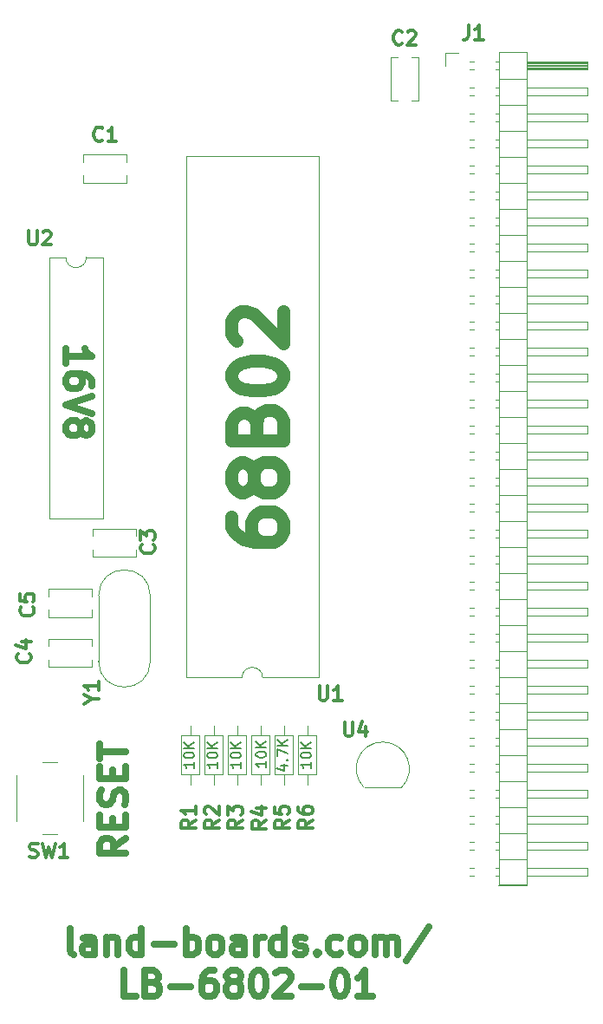
<source format=gto>
G04 #@! TF.GenerationSoftware,KiCad,Pcbnew,(7.0.0)*
G04 #@! TF.CreationDate,2024-08-24T13:41:39-04:00*
G04 #@! TF.ProjectId,LB-6802-01,4c422d36-3830-4322-9d30-312e6b696361,2*
G04 #@! TF.SameCoordinates,Original*
G04 #@! TF.FileFunction,Legend,Top*
G04 #@! TF.FilePolarity,Positive*
%FSLAX46Y46*%
G04 Gerber Fmt 4.6, Leading zero omitted, Abs format (unit mm)*
G04 Created by KiCad (PCBNEW (7.0.0)) date 2024-08-24 13:41:39*
%MOMM*%
%LPD*%
G01*
G04 APERTURE LIST*
%ADD10C,0.635000*%
%ADD11C,1.270000*%
%ADD12C,0.317500*%
%ADD13C,0.150000*%
%ADD14C,0.323850*%
%ADD15C,0.120000*%
G04 APERTURE END LIST*
D10*
X144849547Y-130054047D02*
X143640023Y-130900714D01*
X144849547Y-131505476D02*
X142309547Y-131505476D01*
X142309547Y-131505476D02*
X142309547Y-130537857D01*
X142309547Y-130537857D02*
X142430500Y-130295952D01*
X142430500Y-130295952D02*
X142551452Y-130174999D01*
X142551452Y-130174999D02*
X142793357Y-130054047D01*
X142793357Y-130054047D02*
X143156214Y-130054047D01*
X143156214Y-130054047D02*
X143398119Y-130174999D01*
X143398119Y-130174999D02*
X143519071Y-130295952D01*
X143519071Y-130295952D02*
X143640023Y-130537857D01*
X143640023Y-130537857D02*
X143640023Y-131505476D01*
X143519071Y-128965476D02*
X143519071Y-128118809D01*
X144849547Y-127755952D02*
X144849547Y-128965476D01*
X144849547Y-128965476D02*
X142309547Y-128965476D01*
X142309547Y-128965476D02*
X142309547Y-127755952D01*
X144728595Y-126788333D02*
X144849547Y-126425476D01*
X144849547Y-126425476D02*
X144849547Y-125820714D01*
X144849547Y-125820714D02*
X144728595Y-125578809D01*
X144728595Y-125578809D02*
X144607642Y-125457857D01*
X144607642Y-125457857D02*
X144365738Y-125336904D01*
X144365738Y-125336904D02*
X144123833Y-125336904D01*
X144123833Y-125336904D02*
X143881928Y-125457857D01*
X143881928Y-125457857D02*
X143760976Y-125578809D01*
X143760976Y-125578809D02*
X143640023Y-125820714D01*
X143640023Y-125820714D02*
X143519071Y-126304523D01*
X143519071Y-126304523D02*
X143398119Y-126546428D01*
X143398119Y-126546428D02*
X143277166Y-126667381D01*
X143277166Y-126667381D02*
X143035261Y-126788333D01*
X143035261Y-126788333D02*
X142793357Y-126788333D01*
X142793357Y-126788333D02*
X142551452Y-126667381D01*
X142551452Y-126667381D02*
X142430500Y-126546428D01*
X142430500Y-126546428D02*
X142309547Y-126304523D01*
X142309547Y-126304523D02*
X142309547Y-125699762D01*
X142309547Y-125699762D02*
X142430500Y-125336904D01*
X143519071Y-124248333D02*
X143519071Y-123401666D01*
X144849547Y-123038809D02*
X144849547Y-124248333D01*
X144849547Y-124248333D02*
X142309547Y-124248333D01*
X142309547Y-124248333D02*
X142309547Y-123038809D01*
X142309547Y-122313095D02*
X142309547Y-120861666D01*
X144849547Y-121587380D02*
X142309547Y-121587380D01*
D11*
X155155295Y-98669323D02*
X155155295Y-99636942D01*
X155155295Y-99636942D02*
X155397200Y-100120751D01*
X155397200Y-100120751D02*
X155639104Y-100362656D01*
X155639104Y-100362656D02*
X156364819Y-100846466D01*
X156364819Y-100846466D02*
X157332438Y-101088370D01*
X157332438Y-101088370D02*
X159267676Y-101088370D01*
X159267676Y-101088370D02*
X159751485Y-100846466D01*
X159751485Y-100846466D02*
X159993390Y-100604561D01*
X159993390Y-100604561D02*
X160235295Y-100120751D01*
X160235295Y-100120751D02*
X160235295Y-99153132D01*
X160235295Y-99153132D02*
X159993390Y-98669323D01*
X159993390Y-98669323D02*
X159751485Y-98427418D01*
X159751485Y-98427418D02*
X159267676Y-98185513D01*
X159267676Y-98185513D02*
X158058152Y-98185513D01*
X158058152Y-98185513D02*
X157574342Y-98427418D01*
X157574342Y-98427418D02*
X157332438Y-98669323D01*
X157332438Y-98669323D02*
X157090533Y-99153132D01*
X157090533Y-99153132D02*
X157090533Y-100120751D01*
X157090533Y-100120751D02*
X157332438Y-100604561D01*
X157332438Y-100604561D02*
X157574342Y-100846466D01*
X157574342Y-100846466D02*
X158058152Y-101088370D01*
X157332438Y-95282656D02*
X157090533Y-95766466D01*
X157090533Y-95766466D02*
X156848628Y-96008371D01*
X156848628Y-96008371D02*
X156364819Y-96250275D01*
X156364819Y-96250275D02*
X156122914Y-96250275D01*
X156122914Y-96250275D02*
X155639104Y-96008371D01*
X155639104Y-96008371D02*
X155397200Y-95766466D01*
X155397200Y-95766466D02*
X155155295Y-95282656D01*
X155155295Y-95282656D02*
X155155295Y-94315037D01*
X155155295Y-94315037D02*
X155397200Y-93831228D01*
X155397200Y-93831228D02*
X155639104Y-93589323D01*
X155639104Y-93589323D02*
X156122914Y-93347418D01*
X156122914Y-93347418D02*
X156364819Y-93347418D01*
X156364819Y-93347418D02*
X156848628Y-93589323D01*
X156848628Y-93589323D02*
X157090533Y-93831228D01*
X157090533Y-93831228D02*
X157332438Y-94315037D01*
X157332438Y-94315037D02*
X157332438Y-95282656D01*
X157332438Y-95282656D02*
X157574342Y-95766466D01*
X157574342Y-95766466D02*
X157816247Y-96008371D01*
X157816247Y-96008371D02*
X158300057Y-96250275D01*
X158300057Y-96250275D02*
X159267676Y-96250275D01*
X159267676Y-96250275D02*
X159751485Y-96008371D01*
X159751485Y-96008371D02*
X159993390Y-95766466D01*
X159993390Y-95766466D02*
X160235295Y-95282656D01*
X160235295Y-95282656D02*
X160235295Y-94315037D01*
X160235295Y-94315037D02*
X159993390Y-93831228D01*
X159993390Y-93831228D02*
X159751485Y-93589323D01*
X159751485Y-93589323D02*
X159267676Y-93347418D01*
X159267676Y-93347418D02*
X158300057Y-93347418D01*
X158300057Y-93347418D02*
X157816247Y-93589323D01*
X157816247Y-93589323D02*
X157574342Y-93831228D01*
X157574342Y-93831228D02*
X157332438Y-94315037D01*
X157574342Y-89476942D02*
X157816247Y-88751228D01*
X157816247Y-88751228D02*
X158058152Y-88509323D01*
X158058152Y-88509323D02*
X158541961Y-88267419D01*
X158541961Y-88267419D02*
X159267676Y-88267419D01*
X159267676Y-88267419D02*
X159751485Y-88509323D01*
X159751485Y-88509323D02*
X159993390Y-88751228D01*
X159993390Y-88751228D02*
X160235295Y-89235038D01*
X160235295Y-89235038D02*
X160235295Y-91170276D01*
X160235295Y-91170276D02*
X155155295Y-91170276D01*
X155155295Y-91170276D02*
X155155295Y-89476942D01*
X155155295Y-89476942D02*
X155397200Y-88993133D01*
X155397200Y-88993133D02*
X155639104Y-88751228D01*
X155639104Y-88751228D02*
X156122914Y-88509323D01*
X156122914Y-88509323D02*
X156606723Y-88509323D01*
X156606723Y-88509323D02*
X157090533Y-88751228D01*
X157090533Y-88751228D02*
X157332438Y-88993133D01*
X157332438Y-88993133D02*
X157574342Y-89476942D01*
X157574342Y-89476942D02*
X157574342Y-91170276D01*
X155155295Y-85122657D02*
X155155295Y-84638847D01*
X155155295Y-84638847D02*
X155397200Y-84155038D01*
X155397200Y-84155038D02*
X155639104Y-83913133D01*
X155639104Y-83913133D02*
X156122914Y-83671228D01*
X156122914Y-83671228D02*
X157090533Y-83429323D01*
X157090533Y-83429323D02*
X158300057Y-83429323D01*
X158300057Y-83429323D02*
X159267676Y-83671228D01*
X159267676Y-83671228D02*
X159751485Y-83913133D01*
X159751485Y-83913133D02*
X159993390Y-84155038D01*
X159993390Y-84155038D02*
X160235295Y-84638847D01*
X160235295Y-84638847D02*
X160235295Y-85122657D01*
X160235295Y-85122657D02*
X159993390Y-85606466D01*
X159993390Y-85606466D02*
X159751485Y-85848371D01*
X159751485Y-85848371D02*
X159267676Y-86090276D01*
X159267676Y-86090276D02*
X158300057Y-86332180D01*
X158300057Y-86332180D02*
X157090533Y-86332180D01*
X157090533Y-86332180D02*
X156122914Y-86090276D01*
X156122914Y-86090276D02*
X155639104Y-85848371D01*
X155639104Y-85848371D02*
X155397200Y-85606466D01*
X155397200Y-85606466D02*
X155155295Y-85122657D01*
X155639104Y-81494085D02*
X155397200Y-81252181D01*
X155397200Y-81252181D02*
X155155295Y-80768371D01*
X155155295Y-80768371D02*
X155155295Y-79558847D01*
X155155295Y-79558847D02*
X155397200Y-79075038D01*
X155397200Y-79075038D02*
X155639104Y-78833133D01*
X155639104Y-78833133D02*
X156122914Y-78591228D01*
X156122914Y-78591228D02*
X156606723Y-78591228D01*
X156606723Y-78591228D02*
X157332438Y-78833133D01*
X157332438Y-78833133D02*
X160235295Y-81735990D01*
X160235295Y-81735990D02*
X160235295Y-78591228D01*
D10*
X138995452Y-83705095D02*
X138995452Y-82253666D01*
X138995452Y-82979380D02*
X141535452Y-82979380D01*
X141535452Y-82979380D02*
X141172595Y-82737476D01*
X141172595Y-82737476D02*
X140930690Y-82495571D01*
X140930690Y-82495571D02*
X140809738Y-82253666D01*
X141535452Y-85882238D02*
X141535452Y-85398428D01*
X141535452Y-85398428D02*
X141414500Y-85156524D01*
X141414500Y-85156524D02*
X141293547Y-85035571D01*
X141293547Y-85035571D02*
X140930690Y-84793666D01*
X140930690Y-84793666D02*
X140446880Y-84672714D01*
X140446880Y-84672714D02*
X139479261Y-84672714D01*
X139479261Y-84672714D02*
X139237357Y-84793666D01*
X139237357Y-84793666D02*
X139116404Y-84914619D01*
X139116404Y-84914619D02*
X138995452Y-85156524D01*
X138995452Y-85156524D02*
X138995452Y-85640333D01*
X138995452Y-85640333D02*
X139116404Y-85882238D01*
X139116404Y-85882238D02*
X139237357Y-86003190D01*
X139237357Y-86003190D02*
X139479261Y-86124143D01*
X139479261Y-86124143D02*
X140084023Y-86124143D01*
X140084023Y-86124143D02*
X140325928Y-86003190D01*
X140325928Y-86003190D02*
X140446880Y-85882238D01*
X140446880Y-85882238D02*
X140567833Y-85640333D01*
X140567833Y-85640333D02*
X140567833Y-85156524D01*
X140567833Y-85156524D02*
X140446880Y-84914619D01*
X140446880Y-84914619D02*
X140325928Y-84793666D01*
X140325928Y-84793666D02*
X140084023Y-84672714D01*
X141535452Y-86849857D02*
X138995452Y-87696524D01*
X138995452Y-87696524D02*
X141535452Y-88543191D01*
X140446880Y-89752715D02*
X140567833Y-89510810D01*
X140567833Y-89510810D02*
X140688785Y-89389857D01*
X140688785Y-89389857D02*
X140930690Y-89268905D01*
X140930690Y-89268905D02*
X141051642Y-89268905D01*
X141051642Y-89268905D02*
X141293547Y-89389857D01*
X141293547Y-89389857D02*
X141414500Y-89510810D01*
X141414500Y-89510810D02*
X141535452Y-89752715D01*
X141535452Y-89752715D02*
X141535452Y-90236524D01*
X141535452Y-90236524D02*
X141414500Y-90478429D01*
X141414500Y-90478429D02*
X141293547Y-90599381D01*
X141293547Y-90599381D02*
X141051642Y-90720334D01*
X141051642Y-90720334D02*
X140930690Y-90720334D01*
X140930690Y-90720334D02*
X140688785Y-90599381D01*
X140688785Y-90599381D02*
X140567833Y-90478429D01*
X140567833Y-90478429D02*
X140446880Y-90236524D01*
X140446880Y-90236524D02*
X140446880Y-89752715D01*
X140446880Y-89752715D02*
X140325928Y-89510810D01*
X140325928Y-89510810D02*
X140204976Y-89389857D01*
X140204976Y-89389857D02*
X139963071Y-89268905D01*
X139963071Y-89268905D02*
X139479261Y-89268905D01*
X139479261Y-89268905D02*
X139237357Y-89389857D01*
X139237357Y-89389857D02*
X139116404Y-89510810D01*
X139116404Y-89510810D02*
X138995452Y-89752715D01*
X138995452Y-89752715D02*
X138995452Y-90236524D01*
X138995452Y-90236524D02*
X139116404Y-90478429D01*
X139116404Y-90478429D02*
X139237357Y-90599381D01*
X139237357Y-90599381D02*
X139479261Y-90720334D01*
X139479261Y-90720334D02*
X139963071Y-90720334D01*
X139963071Y-90720334D02*
X140204976Y-90599381D01*
X140204976Y-90599381D02*
X140325928Y-90478429D01*
X140325928Y-90478429D02*
X140446880Y-90236524D01*
X139724192Y-141369747D02*
X139482287Y-141248795D01*
X139482287Y-141248795D02*
X139361334Y-141006890D01*
X139361334Y-141006890D02*
X139361334Y-138829747D01*
X141780382Y-141369747D02*
X141780382Y-140039271D01*
X141780382Y-140039271D02*
X141659429Y-139797366D01*
X141659429Y-139797366D02*
X141417525Y-139676414D01*
X141417525Y-139676414D02*
X140933715Y-139676414D01*
X140933715Y-139676414D02*
X140691810Y-139797366D01*
X141780382Y-141248795D02*
X141538477Y-141369747D01*
X141538477Y-141369747D02*
X140933715Y-141369747D01*
X140933715Y-141369747D02*
X140691810Y-141248795D01*
X140691810Y-141248795D02*
X140570858Y-141006890D01*
X140570858Y-141006890D02*
X140570858Y-140764985D01*
X140570858Y-140764985D02*
X140691810Y-140523080D01*
X140691810Y-140523080D02*
X140933715Y-140402128D01*
X140933715Y-140402128D02*
X141538477Y-140402128D01*
X141538477Y-140402128D02*
X141780382Y-140281176D01*
X142989905Y-139676414D02*
X142989905Y-141369747D01*
X142989905Y-139918319D02*
X143110858Y-139797366D01*
X143110858Y-139797366D02*
X143352763Y-139676414D01*
X143352763Y-139676414D02*
X143715620Y-139676414D01*
X143715620Y-139676414D02*
X143957524Y-139797366D01*
X143957524Y-139797366D02*
X144078477Y-140039271D01*
X144078477Y-140039271D02*
X144078477Y-141369747D01*
X146376572Y-141369747D02*
X146376572Y-138829747D01*
X146376572Y-141248795D02*
X146134667Y-141369747D01*
X146134667Y-141369747D02*
X145650858Y-141369747D01*
X145650858Y-141369747D02*
X145408953Y-141248795D01*
X145408953Y-141248795D02*
X145288000Y-141127842D01*
X145288000Y-141127842D02*
X145167048Y-140885938D01*
X145167048Y-140885938D02*
X145167048Y-140160223D01*
X145167048Y-140160223D02*
X145288000Y-139918319D01*
X145288000Y-139918319D02*
X145408953Y-139797366D01*
X145408953Y-139797366D02*
X145650858Y-139676414D01*
X145650858Y-139676414D02*
X146134667Y-139676414D01*
X146134667Y-139676414D02*
X146376572Y-139797366D01*
X147586095Y-140402128D02*
X149521334Y-140402128D01*
X150730857Y-141369747D02*
X150730857Y-138829747D01*
X150730857Y-139797366D02*
X150972762Y-139676414D01*
X150972762Y-139676414D02*
X151456572Y-139676414D01*
X151456572Y-139676414D02*
X151698476Y-139797366D01*
X151698476Y-139797366D02*
X151819429Y-139918319D01*
X151819429Y-139918319D02*
X151940381Y-140160223D01*
X151940381Y-140160223D02*
X151940381Y-140885938D01*
X151940381Y-140885938D02*
X151819429Y-141127842D01*
X151819429Y-141127842D02*
X151698476Y-141248795D01*
X151698476Y-141248795D02*
X151456572Y-141369747D01*
X151456572Y-141369747D02*
X150972762Y-141369747D01*
X150972762Y-141369747D02*
X150730857Y-141248795D01*
X153391810Y-141369747D02*
X153149905Y-141248795D01*
X153149905Y-141248795D02*
X153028952Y-141127842D01*
X153028952Y-141127842D02*
X152908000Y-140885938D01*
X152908000Y-140885938D02*
X152908000Y-140160223D01*
X152908000Y-140160223D02*
X153028952Y-139918319D01*
X153028952Y-139918319D02*
X153149905Y-139797366D01*
X153149905Y-139797366D02*
X153391810Y-139676414D01*
X153391810Y-139676414D02*
X153754667Y-139676414D01*
X153754667Y-139676414D02*
X153996571Y-139797366D01*
X153996571Y-139797366D02*
X154117524Y-139918319D01*
X154117524Y-139918319D02*
X154238476Y-140160223D01*
X154238476Y-140160223D02*
X154238476Y-140885938D01*
X154238476Y-140885938D02*
X154117524Y-141127842D01*
X154117524Y-141127842D02*
X153996571Y-141248795D01*
X153996571Y-141248795D02*
X153754667Y-141369747D01*
X153754667Y-141369747D02*
X153391810Y-141369747D01*
X156415619Y-141369747D02*
X156415619Y-140039271D01*
X156415619Y-140039271D02*
X156294666Y-139797366D01*
X156294666Y-139797366D02*
X156052762Y-139676414D01*
X156052762Y-139676414D02*
X155568952Y-139676414D01*
X155568952Y-139676414D02*
X155327047Y-139797366D01*
X156415619Y-141248795D02*
X156173714Y-141369747D01*
X156173714Y-141369747D02*
X155568952Y-141369747D01*
X155568952Y-141369747D02*
X155327047Y-141248795D01*
X155327047Y-141248795D02*
X155206095Y-141006890D01*
X155206095Y-141006890D02*
X155206095Y-140764985D01*
X155206095Y-140764985D02*
X155327047Y-140523080D01*
X155327047Y-140523080D02*
X155568952Y-140402128D01*
X155568952Y-140402128D02*
X156173714Y-140402128D01*
X156173714Y-140402128D02*
X156415619Y-140281176D01*
X157625142Y-141369747D02*
X157625142Y-139676414D01*
X157625142Y-140160223D02*
X157746095Y-139918319D01*
X157746095Y-139918319D02*
X157867047Y-139797366D01*
X157867047Y-139797366D02*
X158108952Y-139676414D01*
X158108952Y-139676414D02*
X158350857Y-139676414D01*
X160286095Y-141369747D02*
X160286095Y-138829747D01*
X160286095Y-141248795D02*
X160044190Y-141369747D01*
X160044190Y-141369747D02*
X159560381Y-141369747D01*
X159560381Y-141369747D02*
X159318476Y-141248795D01*
X159318476Y-141248795D02*
X159197523Y-141127842D01*
X159197523Y-141127842D02*
X159076571Y-140885938D01*
X159076571Y-140885938D02*
X159076571Y-140160223D01*
X159076571Y-140160223D02*
X159197523Y-139918319D01*
X159197523Y-139918319D02*
X159318476Y-139797366D01*
X159318476Y-139797366D02*
X159560381Y-139676414D01*
X159560381Y-139676414D02*
X160044190Y-139676414D01*
X160044190Y-139676414D02*
X160286095Y-139797366D01*
X161374666Y-141248795D02*
X161616571Y-141369747D01*
X161616571Y-141369747D02*
X162100380Y-141369747D01*
X162100380Y-141369747D02*
X162342285Y-141248795D01*
X162342285Y-141248795D02*
X162463237Y-141006890D01*
X162463237Y-141006890D02*
X162463237Y-140885938D01*
X162463237Y-140885938D02*
X162342285Y-140644033D01*
X162342285Y-140644033D02*
X162100380Y-140523080D01*
X162100380Y-140523080D02*
X161737523Y-140523080D01*
X161737523Y-140523080D02*
X161495618Y-140402128D01*
X161495618Y-140402128D02*
X161374666Y-140160223D01*
X161374666Y-140160223D02*
X161374666Y-140039271D01*
X161374666Y-140039271D02*
X161495618Y-139797366D01*
X161495618Y-139797366D02*
X161737523Y-139676414D01*
X161737523Y-139676414D02*
X162100380Y-139676414D01*
X162100380Y-139676414D02*
X162342285Y-139797366D01*
X163551808Y-141127842D02*
X163672761Y-141248795D01*
X163672761Y-141248795D02*
X163551808Y-141369747D01*
X163551808Y-141369747D02*
X163430856Y-141248795D01*
X163430856Y-141248795D02*
X163551808Y-141127842D01*
X163551808Y-141127842D02*
X163551808Y-141369747D01*
X165849904Y-141248795D02*
X165607999Y-141369747D01*
X165607999Y-141369747D02*
X165124190Y-141369747D01*
X165124190Y-141369747D02*
X164882285Y-141248795D01*
X164882285Y-141248795D02*
X164761332Y-141127842D01*
X164761332Y-141127842D02*
X164640380Y-140885938D01*
X164640380Y-140885938D02*
X164640380Y-140160223D01*
X164640380Y-140160223D02*
X164761332Y-139918319D01*
X164761332Y-139918319D02*
X164882285Y-139797366D01*
X164882285Y-139797366D02*
X165124190Y-139676414D01*
X165124190Y-139676414D02*
X165607999Y-139676414D01*
X165607999Y-139676414D02*
X165849904Y-139797366D01*
X167301333Y-141369747D02*
X167059428Y-141248795D01*
X167059428Y-141248795D02*
X166938475Y-141127842D01*
X166938475Y-141127842D02*
X166817523Y-140885938D01*
X166817523Y-140885938D02*
X166817523Y-140160223D01*
X166817523Y-140160223D02*
X166938475Y-139918319D01*
X166938475Y-139918319D02*
X167059428Y-139797366D01*
X167059428Y-139797366D02*
X167301333Y-139676414D01*
X167301333Y-139676414D02*
X167664190Y-139676414D01*
X167664190Y-139676414D02*
X167906094Y-139797366D01*
X167906094Y-139797366D02*
X168027047Y-139918319D01*
X168027047Y-139918319D02*
X168147999Y-140160223D01*
X168147999Y-140160223D02*
X168147999Y-140885938D01*
X168147999Y-140885938D02*
X168027047Y-141127842D01*
X168027047Y-141127842D02*
X167906094Y-141248795D01*
X167906094Y-141248795D02*
X167664190Y-141369747D01*
X167664190Y-141369747D02*
X167301333Y-141369747D01*
X169236570Y-141369747D02*
X169236570Y-139676414D01*
X169236570Y-139918319D02*
X169357523Y-139797366D01*
X169357523Y-139797366D02*
X169599428Y-139676414D01*
X169599428Y-139676414D02*
X169962285Y-139676414D01*
X169962285Y-139676414D02*
X170204189Y-139797366D01*
X170204189Y-139797366D02*
X170325142Y-140039271D01*
X170325142Y-140039271D02*
X170325142Y-141369747D01*
X170325142Y-140039271D02*
X170446094Y-139797366D01*
X170446094Y-139797366D02*
X170687999Y-139676414D01*
X170687999Y-139676414D02*
X171050856Y-139676414D01*
X171050856Y-139676414D02*
X171292761Y-139797366D01*
X171292761Y-139797366D02*
X171413713Y-140039271D01*
X171413713Y-140039271D02*
X171413713Y-141369747D01*
X174437523Y-138708795D02*
X172260380Y-141974509D01*
X145832284Y-145484547D02*
X144622760Y-145484547D01*
X144622760Y-145484547D02*
X144622760Y-142944547D01*
X147525617Y-144154071D02*
X147888474Y-144275023D01*
X147888474Y-144275023D02*
X148009427Y-144395976D01*
X148009427Y-144395976D02*
X148130379Y-144637880D01*
X148130379Y-144637880D02*
X148130379Y-145000738D01*
X148130379Y-145000738D02*
X148009427Y-145242642D01*
X148009427Y-145242642D02*
X147888474Y-145363595D01*
X147888474Y-145363595D02*
X147646569Y-145484547D01*
X147646569Y-145484547D02*
X146678950Y-145484547D01*
X146678950Y-145484547D02*
X146678950Y-142944547D01*
X146678950Y-142944547D02*
X147525617Y-142944547D01*
X147525617Y-142944547D02*
X147767522Y-143065500D01*
X147767522Y-143065500D02*
X147888474Y-143186452D01*
X147888474Y-143186452D02*
X148009427Y-143428357D01*
X148009427Y-143428357D02*
X148009427Y-143670261D01*
X148009427Y-143670261D02*
X147888474Y-143912166D01*
X147888474Y-143912166D02*
X147767522Y-144033119D01*
X147767522Y-144033119D02*
X147525617Y-144154071D01*
X147525617Y-144154071D02*
X146678950Y-144154071D01*
X149218950Y-144516928D02*
X151154189Y-144516928D01*
X153452284Y-142944547D02*
X152968474Y-142944547D01*
X152968474Y-142944547D02*
X152726570Y-143065500D01*
X152726570Y-143065500D02*
X152605617Y-143186452D01*
X152605617Y-143186452D02*
X152363712Y-143549309D01*
X152363712Y-143549309D02*
X152242760Y-144033119D01*
X152242760Y-144033119D02*
X152242760Y-145000738D01*
X152242760Y-145000738D02*
X152363712Y-145242642D01*
X152363712Y-145242642D02*
X152484665Y-145363595D01*
X152484665Y-145363595D02*
X152726570Y-145484547D01*
X152726570Y-145484547D02*
X153210379Y-145484547D01*
X153210379Y-145484547D02*
X153452284Y-145363595D01*
X153452284Y-145363595D02*
X153573236Y-145242642D01*
X153573236Y-145242642D02*
X153694189Y-145000738D01*
X153694189Y-145000738D02*
X153694189Y-144395976D01*
X153694189Y-144395976D02*
X153573236Y-144154071D01*
X153573236Y-144154071D02*
X153452284Y-144033119D01*
X153452284Y-144033119D02*
X153210379Y-143912166D01*
X153210379Y-143912166D02*
X152726570Y-143912166D01*
X152726570Y-143912166D02*
X152484665Y-144033119D01*
X152484665Y-144033119D02*
X152363712Y-144154071D01*
X152363712Y-144154071D02*
X152242760Y-144395976D01*
X155145618Y-144033119D02*
X154903713Y-143912166D01*
X154903713Y-143912166D02*
X154782760Y-143791214D01*
X154782760Y-143791214D02*
X154661808Y-143549309D01*
X154661808Y-143549309D02*
X154661808Y-143428357D01*
X154661808Y-143428357D02*
X154782760Y-143186452D01*
X154782760Y-143186452D02*
X154903713Y-143065500D01*
X154903713Y-143065500D02*
X155145618Y-142944547D01*
X155145618Y-142944547D02*
X155629427Y-142944547D01*
X155629427Y-142944547D02*
X155871332Y-143065500D01*
X155871332Y-143065500D02*
X155992284Y-143186452D01*
X155992284Y-143186452D02*
X156113237Y-143428357D01*
X156113237Y-143428357D02*
X156113237Y-143549309D01*
X156113237Y-143549309D02*
X155992284Y-143791214D01*
X155992284Y-143791214D02*
X155871332Y-143912166D01*
X155871332Y-143912166D02*
X155629427Y-144033119D01*
X155629427Y-144033119D02*
X155145618Y-144033119D01*
X155145618Y-144033119D02*
X154903713Y-144154071D01*
X154903713Y-144154071D02*
X154782760Y-144275023D01*
X154782760Y-144275023D02*
X154661808Y-144516928D01*
X154661808Y-144516928D02*
X154661808Y-145000738D01*
X154661808Y-145000738D02*
X154782760Y-145242642D01*
X154782760Y-145242642D02*
X154903713Y-145363595D01*
X154903713Y-145363595D02*
X155145618Y-145484547D01*
X155145618Y-145484547D02*
X155629427Y-145484547D01*
X155629427Y-145484547D02*
X155871332Y-145363595D01*
X155871332Y-145363595D02*
X155992284Y-145242642D01*
X155992284Y-145242642D02*
X156113237Y-145000738D01*
X156113237Y-145000738D02*
X156113237Y-144516928D01*
X156113237Y-144516928D02*
X155992284Y-144275023D01*
X155992284Y-144275023D02*
X155871332Y-144154071D01*
X155871332Y-144154071D02*
X155629427Y-144033119D01*
X157685618Y-142944547D02*
X157927523Y-142944547D01*
X157927523Y-142944547D02*
X158169427Y-143065500D01*
X158169427Y-143065500D02*
X158290380Y-143186452D01*
X158290380Y-143186452D02*
X158411332Y-143428357D01*
X158411332Y-143428357D02*
X158532285Y-143912166D01*
X158532285Y-143912166D02*
X158532285Y-144516928D01*
X158532285Y-144516928D02*
X158411332Y-145000738D01*
X158411332Y-145000738D02*
X158290380Y-145242642D01*
X158290380Y-145242642D02*
X158169427Y-145363595D01*
X158169427Y-145363595D02*
X157927523Y-145484547D01*
X157927523Y-145484547D02*
X157685618Y-145484547D01*
X157685618Y-145484547D02*
X157443713Y-145363595D01*
X157443713Y-145363595D02*
X157322761Y-145242642D01*
X157322761Y-145242642D02*
X157201808Y-145000738D01*
X157201808Y-145000738D02*
X157080856Y-144516928D01*
X157080856Y-144516928D02*
X157080856Y-143912166D01*
X157080856Y-143912166D02*
X157201808Y-143428357D01*
X157201808Y-143428357D02*
X157322761Y-143186452D01*
X157322761Y-143186452D02*
X157443713Y-143065500D01*
X157443713Y-143065500D02*
X157685618Y-142944547D01*
X159499904Y-143186452D02*
X159620856Y-143065500D01*
X159620856Y-143065500D02*
X159862761Y-142944547D01*
X159862761Y-142944547D02*
X160467523Y-142944547D01*
X160467523Y-142944547D02*
X160709428Y-143065500D01*
X160709428Y-143065500D02*
X160830380Y-143186452D01*
X160830380Y-143186452D02*
X160951333Y-143428357D01*
X160951333Y-143428357D02*
X160951333Y-143670261D01*
X160951333Y-143670261D02*
X160830380Y-144033119D01*
X160830380Y-144033119D02*
X159378952Y-145484547D01*
X159378952Y-145484547D02*
X160951333Y-145484547D01*
X162039904Y-144516928D02*
X163975143Y-144516928D01*
X165668476Y-142944547D02*
X165910381Y-142944547D01*
X165910381Y-142944547D02*
X166152285Y-143065500D01*
X166152285Y-143065500D02*
X166273238Y-143186452D01*
X166273238Y-143186452D02*
X166394190Y-143428357D01*
X166394190Y-143428357D02*
X166515143Y-143912166D01*
X166515143Y-143912166D02*
X166515143Y-144516928D01*
X166515143Y-144516928D02*
X166394190Y-145000738D01*
X166394190Y-145000738D02*
X166273238Y-145242642D01*
X166273238Y-145242642D02*
X166152285Y-145363595D01*
X166152285Y-145363595D02*
X165910381Y-145484547D01*
X165910381Y-145484547D02*
X165668476Y-145484547D01*
X165668476Y-145484547D02*
X165426571Y-145363595D01*
X165426571Y-145363595D02*
X165305619Y-145242642D01*
X165305619Y-145242642D02*
X165184666Y-145000738D01*
X165184666Y-145000738D02*
X165063714Y-144516928D01*
X165063714Y-144516928D02*
X165063714Y-143912166D01*
X165063714Y-143912166D02*
X165184666Y-143428357D01*
X165184666Y-143428357D02*
X165305619Y-143186452D01*
X165305619Y-143186452D02*
X165426571Y-143065500D01*
X165426571Y-143065500D02*
X165668476Y-142944547D01*
X168934191Y-145484547D02*
X167482762Y-145484547D01*
X168208476Y-145484547D02*
X168208476Y-142944547D01*
X168208476Y-142944547D02*
X167966572Y-143307404D01*
X167966572Y-143307404D02*
X167724667Y-143549309D01*
X167724667Y-143549309D02*
X167482762Y-143670261D01*
D12*
X178350333Y-50678231D02*
X178350333Y-51676088D01*
X178350333Y-51676088D02*
X178283810Y-51875659D01*
X178283810Y-51875659D02*
X178150762Y-52008707D01*
X178150762Y-52008707D02*
X177951191Y-52075231D01*
X177951191Y-52075231D02*
X177818143Y-52075231D01*
X179747333Y-52075231D02*
X178949048Y-52075231D01*
X179348191Y-52075231D02*
X179348191Y-50678231D01*
X179348191Y-50678231D02*
X179215143Y-50877802D01*
X179215143Y-50877802D02*
X179082095Y-51010850D01*
X179082095Y-51010850D02*
X178949048Y-51077374D01*
X163751219Y-115199231D02*
X163751219Y-116330135D01*
X163751219Y-116330135D02*
X163817742Y-116463183D01*
X163817742Y-116463183D02*
X163884266Y-116529707D01*
X163884266Y-116529707D02*
X164017314Y-116596231D01*
X164017314Y-116596231D02*
X164283409Y-116596231D01*
X164283409Y-116596231D02*
X164416457Y-116529707D01*
X164416457Y-116529707D02*
X164482980Y-116463183D01*
X164482980Y-116463183D02*
X164549504Y-116330135D01*
X164549504Y-116330135D02*
X164549504Y-115199231D01*
X165946504Y-116596231D02*
X165148219Y-116596231D01*
X165547362Y-116596231D02*
X165547362Y-115199231D01*
X165547362Y-115199231D02*
X165414314Y-115398802D01*
X165414314Y-115398802D02*
X165281266Y-115531850D01*
X165281266Y-115531850D02*
X165148219Y-115598374D01*
X160787231Y-128248833D02*
X160121993Y-128714499D01*
X160787231Y-129047118D02*
X159390231Y-129047118D01*
X159390231Y-129047118D02*
X159390231Y-128514928D01*
X159390231Y-128514928D02*
X159456755Y-128381880D01*
X159456755Y-128381880D02*
X159523278Y-128315357D01*
X159523278Y-128315357D02*
X159656326Y-128248833D01*
X159656326Y-128248833D02*
X159855897Y-128248833D01*
X159855897Y-128248833D02*
X159988945Y-128315357D01*
X159988945Y-128315357D02*
X160055469Y-128381880D01*
X160055469Y-128381880D02*
X160121993Y-128514928D01*
X160121993Y-128514928D02*
X160121993Y-129047118D01*
X159390231Y-126984880D02*
X159390231Y-127650118D01*
X159390231Y-127650118D02*
X160055469Y-127716642D01*
X160055469Y-127716642D02*
X159988945Y-127650118D01*
X159988945Y-127650118D02*
X159922421Y-127517071D01*
X159922421Y-127517071D02*
X159922421Y-127184452D01*
X159922421Y-127184452D02*
X159988945Y-127051404D01*
X159988945Y-127051404D02*
X160055469Y-126984880D01*
X160055469Y-126984880D02*
X160188516Y-126918357D01*
X160188516Y-126918357D02*
X160521135Y-126918357D01*
X160521135Y-126918357D02*
X160654183Y-126984880D01*
X160654183Y-126984880D02*
X160720707Y-127051404D01*
X160720707Y-127051404D02*
X160787231Y-127184452D01*
X160787231Y-127184452D02*
X160787231Y-127517071D01*
X160787231Y-127517071D02*
X160720707Y-127650118D01*
X160720707Y-127650118D02*
X160654183Y-127716642D01*
D13*
X159974714Y-122943809D02*
X160641380Y-122943809D01*
X159593761Y-123181904D02*
X160308047Y-123419999D01*
X160308047Y-123419999D02*
X160308047Y-122800952D01*
X160546142Y-122419999D02*
X160593761Y-122372380D01*
X160593761Y-122372380D02*
X160641380Y-122419999D01*
X160641380Y-122419999D02*
X160593761Y-122467618D01*
X160593761Y-122467618D02*
X160546142Y-122419999D01*
X160546142Y-122419999D02*
X160641380Y-122419999D01*
X159641380Y-122039047D02*
X159641380Y-121372381D01*
X159641380Y-121372381D02*
X160641380Y-121800952D01*
X160641380Y-120991428D02*
X159641380Y-120991428D01*
X160641380Y-120420000D02*
X160069952Y-120848571D01*
X159641380Y-120420000D02*
X160212809Y-120991428D01*
D12*
X151643231Y-128248833D02*
X150977993Y-128714499D01*
X151643231Y-129047118D02*
X150246231Y-129047118D01*
X150246231Y-129047118D02*
X150246231Y-128514928D01*
X150246231Y-128514928D02*
X150312755Y-128381880D01*
X150312755Y-128381880D02*
X150379278Y-128315357D01*
X150379278Y-128315357D02*
X150512326Y-128248833D01*
X150512326Y-128248833D02*
X150711897Y-128248833D01*
X150711897Y-128248833D02*
X150844945Y-128315357D01*
X150844945Y-128315357D02*
X150911469Y-128381880D01*
X150911469Y-128381880D02*
X150977993Y-128514928D01*
X150977993Y-128514928D02*
X150977993Y-129047118D01*
X151643231Y-126918357D02*
X151643231Y-127716642D01*
X151643231Y-127317499D02*
X150246231Y-127317499D01*
X150246231Y-127317499D02*
X150445802Y-127450547D01*
X150445802Y-127450547D02*
X150578850Y-127583595D01*
X150578850Y-127583595D02*
X150645374Y-127716642D01*
D13*
X151497380Y-122610476D02*
X151497380Y-123181904D01*
X151497380Y-122896190D02*
X150497380Y-122896190D01*
X150497380Y-122896190D02*
X150640238Y-122991428D01*
X150640238Y-122991428D02*
X150735476Y-123086666D01*
X150735476Y-123086666D02*
X150783095Y-123181904D01*
X150497380Y-121991428D02*
X150497380Y-121896190D01*
X150497380Y-121896190D02*
X150545000Y-121800952D01*
X150545000Y-121800952D02*
X150592619Y-121753333D01*
X150592619Y-121753333D02*
X150687857Y-121705714D01*
X150687857Y-121705714D02*
X150878333Y-121658095D01*
X150878333Y-121658095D02*
X151116428Y-121658095D01*
X151116428Y-121658095D02*
X151306904Y-121705714D01*
X151306904Y-121705714D02*
X151402142Y-121753333D01*
X151402142Y-121753333D02*
X151449761Y-121800952D01*
X151449761Y-121800952D02*
X151497380Y-121896190D01*
X151497380Y-121896190D02*
X151497380Y-121991428D01*
X151497380Y-121991428D02*
X151449761Y-122086666D01*
X151449761Y-122086666D02*
X151402142Y-122134285D01*
X151402142Y-122134285D02*
X151306904Y-122181904D01*
X151306904Y-122181904D02*
X151116428Y-122229523D01*
X151116428Y-122229523D02*
X150878333Y-122229523D01*
X150878333Y-122229523D02*
X150687857Y-122181904D01*
X150687857Y-122181904D02*
X150592619Y-122134285D01*
X150592619Y-122134285D02*
X150545000Y-122086666D01*
X150545000Y-122086666D02*
X150497380Y-121991428D01*
X151497380Y-121229523D02*
X150497380Y-121229523D01*
X151497380Y-120658095D02*
X150925952Y-121086666D01*
X150497380Y-120658095D02*
X151068809Y-121229523D01*
D12*
X163073231Y-128248833D02*
X162407993Y-128714499D01*
X163073231Y-129047118D02*
X161676231Y-129047118D01*
X161676231Y-129047118D02*
X161676231Y-128514928D01*
X161676231Y-128514928D02*
X161742755Y-128381880D01*
X161742755Y-128381880D02*
X161809278Y-128315357D01*
X161809278Y-128315357D02*
X161942326Y-128248833D01*
X161942326Y-128248833D02*
X162141897Y-128248833D01*
X162141897Y-128248833D02*
X162274945Y-128315357D01*
X162274945Y-128315357D02*
X162341469Y-128381880D01*
X162341469Y-128381880D02*
X162407993Y-128514928D01*
X162407993Y-128514928D02*
X162407993Y-129047118D01*
X161676231Y-127051404D02*
X161676231Y-127317499D01*
X161676231Y-127317499D02*
X161742755Y-127450547D01*
X161742755Y-127450547D02*
X161809278Y-127517071D01*
X161809278Y-127517071D02*
X162008850Y-127650118D01*
X162008850Y-127650118D02*
X162274945Y-127716642D01*
X162274945Y-127716642D02*
X162807135Y-127716642D01*
X162807135Y-127716642D02*
X162940183Y-127650118D01*
X162940183Y-127650118D02*
X163006707Y-127583595D01*
X163006707Y-127583595D02*
X163073231Y-127450547D01*
X163073231Y-127450547D02*
X163073231Y-127184452D01*
X163073231Y-127184452D02*
X163006707Y-127051404D01*
X163006707Y-127051404D02*
X162940183Y-126984880D01*
X162940183Y-126984880D02*
X162807135Y-126918357D01*
X162807135Y-126918357D02*
X162474516Y-126918357D01*
X162474516Y-126918357D02*
X162341469Y-126984880D01*
X162341469Y-126984880D02*
X162274945Y-127051404D01*
X162274945Y-127051404D02*
X162208421Y-127184452D01*
X162208421Y-127184452D02*
X162208421Y-127450547D01*
X162208421Y-127450547D02*
X162274945Y-127583595D01*
X162274945Y-127583595D02*
X162341469Y-127650118D01*
X162341469Y-127650118D02*
X162474516Y-127716642D01*
D13*
X162927380Y-122610476D02*
X162927380Y-123181904D01*
X162927380Y-122896190D02*
X161927380Y-122896190D01*
X161927380Y-122896190D02*
X162070238Y-122991428D01*
X162070238Y-122991428D02*
X162165476Y-123086666D01*
X162165476Y-123086666D02*
X162213095Y-123181904D01*
X161927380Y-121991428D02*
X161927380Y-121896190D01*
X161927380Y-121896190D02*
X161975000Y-121800952D01*
X161975000Y-121800952D02*
X162022619Y-121753333D01*
X162022619Y-121753333D02*
X162117857Y-121705714D01*
X162117857Y-121705714D02*
X162308333Y-121658095D01*
X162308333Y-121658095D02*
X162546428Y-121658095D01*
X162546428Y-121658095D02*
X162736904Y-121705714D01*
X162736904Y-121705714D02*
X162832142Y-121753333D01*
X162832142Y-121753333D02*
X162879761Y-121800952D01*
X162879761Y-121800952D02*
X162927380Y-121896190D01*
X162927380Y-121896190D02*
X162927380Y-121991428D01*
X162927380Y-121991428D02*
X162879761Y-122086666D01*
X162879761Y-122086666D02*
X162832142Y-122134285D01*
X162832142Y-122134285D02*
X162736904Y-122181904D01*
X162736904Y-122181904D02*
X162546428Y-122229523D01*
X162546428Y-122229523D02*
X162308333Y-122229523D01*
X162308333Y-122229523D02*
X162117857Y-122181904D01*
X162117857Y-122181904D02*
X162022619Y-122134285D01*
X162022619Y-122134285D02*
X161975000Y-122086666D01*
X161975000Y-122086666D02*
X161927380Y-121991428D01*
X162927380Y-121229523D02*
X161927380Y-121229523D01*
X162927380Y-120658095D02*
X162355952Y-121086666D01*
X161927380Y-120658095D02*
X162498809Y-121229523D01*
D12*
X156215231Y-128248833D02*
X155549993Y-128714499D01*
X156215231Y-129047118D02*
X154818231Y-129047118D01*
X154818231Y-129047118D02*
X154818231Y-128514928D01*
X154818231Y-128514928D02*
X154884755Y-128381880D01*
X154884755Y-128381880D02*
X154951278Y-128315357D01*
X154951278Y-128315357D02*
X155084326Y-128248833D01*
X155084326Y-128248833D02*
X155283897Y-128248833D01*
X155283897Y-128248833D02*
X155416945Y-128315357D01*
X155416945Y-128315357D02*
X155483469Y-128381880D01*
X155483469Y-128381880D02*
X155549993Y-128514928D01*
X155549993Y-128514928D02*
X155549993Y-129047118D01*
X154818231Y-127783166D02*
X154818231Y-126918357D01*
X154818231Y-126918357D02*
X155350421Y-127384023D01*
X155350421Y-127384023D02*
X155350421Y-127184452D01*
X155350421Y-127184452D02*
X155416945Y-127051404D01*
X155416945Y-127051404D02*
X155483469Y-126984880D01*
X155483469Y-126984880D02*
X155616516Y-126918357D01*
X155616516Y-126918357D02*
X155949135Y-126918357D01*
X155949135Y-126918357D02*
X156082183Y-126984880D01*
X156082183Y-126984880D02*
X156148707Y-127051404D01*
X156148707Y-127051404D02*
X156215231Y-127184452D01*
X156215231Y-127184452D02*
X156215231Y-127583595D01*
X156215231Y-127583595D02*
X156148707Y-127716642D01*
X156148707Y-127716642D02*
X156082183Y-127783166D01*
D13*
X156069380Y-122610476D02*
X156069380Y-123181904D01*
X156069380Y-122896190D02*
X155069380Y-122896190D01*
X155069380Y-122896190D02*
X155212238Y-122991428D01*
X155212238Y-122991428D02*
X155307476Y-123086666D01*
X155307476Y-123086666D02*
X155355095Y-123181904D01*
X155069380Y-121991428D02*
X155069380Y-121896190D01*
X155069380Y-121896190D02*
X155117000Y-121800952D01*
X155117000Y-121800952D02*
X155164619Y-121753333D01*
X155164619Y-121753333D02*
X155259857Y-121705714D01*
X155259857Y-121705714D02*
X155450333Y-121658095D01*
X155450333Y-121658095D02*
X155688428Y-121658095D01*
X155688428Y-121658095D02*
X155878904Y-121705714D01*
X155878904Y-121705714D02*
X155974142Y-121753333D01*
X155974142Y-121753333D02*
X156021761Y-121800952D01*
X156021761Y-121800952D02*
X156069380Y-121896190D01*
X156069380Y-121896190D02*
X156069380Y-121991428D01*
X156069380Y-121991428D02*
X156021761Y-122086666D01*
X156021761Y-122086666D02*
X155974142Y-122134285D01*
X155974142Y-122134285D02*
X155878904Y-122181904D01*
X155878904Y-122181904D02*
X155688428Y-122229523D01*
X155688428Y-122229523D02*
X155450333Y-122229523D01*
X155450333Y-122229523D02*
X155259857Y-122181904D01*
X155259857Y-122181904D02*
X155164619Y-122134285D01*
X155164619Y-122134285D02*
X155117000Y-122086666D01*
X155117000Y-122086666D02*
X155069380Y-121991428D01*
X156069380Y-121229523D02*
X155069380Y-121229523D01*
X156069380Y-120658095D02*
X155497952Y-121086666D01*
X155069380Y-120658095D02*
X155640809Y-121229523D01*
D14*
X158552031Y-128325033D02*
X157886793Y-128790699D01*
X158552031Y-129123318D02*
X157155031Y-129123318D01*
X157155031Y-129123318D02*
X157155031Y-128591128D01*
X157155031Y-128591128D02*
X157221555Y-128458080D01*
X157221555Y-128458080D02*
X157288078Y-128391557D01*
X157288078Y-128391557D02*
X157421126Y-128325033D01*
X157421126Y-128325033D02*
X157620697Y-128325033D01*
X157620697Y-128325033D02*
X157753745Y-128391557D01*
X157753745Y-128391557D02*
X157820269Y-128458080D01*
X157820269Y-128458080D02*
X157886793Y-128591128D01*
X157886793Y-128591128D02*
X157886793Y-129123318D01*
X157620697Y-127127604D02*
X158552031Y-127127604D01*
X157088507Y-127460223D02*
X158086364Y-127792842D01*
X158086364Y-127792842D02*
X158086364Y-126928033D01*
D13*
X158558580Y-122534276D02*
X158558580Y-123105704D01*
X158558580Y-122819990D02*
X157558580Y-122819990D01*
X157558580Y-122819990D02*
X157701438Y-122915228D01*
X157701438Y-122915228D02*
X157796676Y-123010466D01*
X157796676Y-123010466D02*
X157844295Y-123105704D01*
X157558580Y-121915228D02*
X157558580Y-121819990D01*
X157558580Y-121819990D02*
X157606200Y-121724752D01*
X157606200Y-121724752D02*
X157653819Y-121677133D01*
X157653819Y-121677133D02*
X157749057Y-121629514D01*
X157749057Y-121629514D02*
X157939533Y-121581895D01*
X157939533Y-121581895D02*
X158177628Y-121581895D01*
X158177628Y-121581895D02*
X158368104Y-121629514D01*
X158368104Y-121629514D02*
X158463342Y-121677133D01*
X158463342Y-121677133D02*
X158510961Y-121724752D01*
X158510961Y-121724752D02*
X158558580Y-121819990D01*
X158558580Y-121819990D02*
X158558580Y-121915228D01*
X158558580Y-121915228D02*
X158510961Y-122010466D01*
X158510961Y-122010466D02*
X158463342Y-122058085D01*
X158463342Y-122058085D02*
X158368104Y-122105704D01*
X158368104Y-122105704D02*
X158177628Y-122153323D01*
X158177628Y-122153323D02*
X157939533Y-122153323D01*
X157939533Y-122153323D02*
X157749057Y-122105704D01*
X157749057Y-122105704D02*
X157653819Y-122058085D01*
X157653819Y-122058085D02*
X157606200Y-122010466D01*
X157606200Y-122010466D02*
X157558580Y-121915228D01*
X158558580Y-121153323D02*
X157558580Y-121153323D01*
X158558580Y-120581895D02*
X157987152Y-121010466D01*
X157558580Y-120581895D02*
X158130009Y-121153323D01*
D12*
X135437383Y-112055233D02*
X135503907Y-112121757D01*
X135503907Y-112121757D02*
X135570431Y-112321328D01*
X135570431Y-112321328D02*
X135570431Y-112454376D01*
X135570431Y-112454376D02*
X135503907Y-112653947D01*
X135503907Y-112653947D02*
X135370859Y-112786995D01*
X135370859Y-112786995D02*
X135237812Y-112853518D01*
X135237812Y-112853518D02*
X134971716Y-112920042D01*
X134971716Y-112920042D02*
X134772145Y-112920042D01*
X134772145Y-112920042D02*
X134506050Y-112853518D01*
X134506050Y-112853518D02*
X134373002Y-112786995D01*
X134373002Y-112786995D02*
X134239955Y-112653947D01*
X134239955Y-112653947D02*
X134173431Y-112454376D01*
X134173431Y-112454376D02*
X134173431Y-112321328D01*
X134173431Y-112321328D02*
X134239955Y-112121757D01*
X134239955Y-112121757D02*
X134306478Y-112055233D01*
X134639097Y-110857804D02*
X135570431Y-110857804D01*
X134106907Y-111190423D02*
X135104764Y-111523042D01*
X135104764Y-111523042D02*
X135104764Y-110658233D01*
X141529193Y-116438437D02*
X142194431Y-116438437D01*
X140797431Y-116904104D02*
X141529193Y-116438437D01*
X141529193Y-116438437D02*
X140797431Y-115972771D01*
X142194431Y-114775342D02*
X142194431Y-115573627D01*
X142194431Y-115174484D02*
X140797431Y-115174484D01*
X140797431Y-115174484D02*
X140997002Y-115307532D01*
X140997002Y-115307532D02*
X141130050Y-115440580D01*
X141130050Y-115440580D02*
X141196574Y-115573627D01*
X135349019Y-70713831D02*
X135349019Y-71844735D01*
X135349019Y-71844735D02*
X135415542Y-71977783D01*
X135415542Y-71977783D02*
X135482066Y-72044307D01*
X135482066Y-72044307D02*
X135615114Y-72110831D01*
X135615114Y-72110831D02*
X135881209Y-72110831D01*
X135881209Y-72110831D02*
X136014257Y-72044307D01*
X136014257Y-72044307D02*
X136080780Y-71977783D01*
X136080780Y-71977783D02*
X136147304Y-71844735D01*
X136147304Y-71844735D02*
X136147304Y-70713831D01*
X136746019Y-70846878D02*
X136812543Y-70780355D01*
X136812543Y-70780355D02*
X136945590Y-70713831D01*
X136945590Y-70713831D02*
X137278209Y-70713831D01*
X137278209Y-70713831D02*
X137411257Y-70780355D01*
X137411257Y-70780355D02*
X137477781Y-70846878D01*
X137477781Y-70846878D02*
X137544304Y-70979926D01*
X137544304Y-70979926D02*
X137544304Y-71112974D01*
X137544304Y-71112974D02*
X137477781Y-71312545D01*
X137477781Y-71312545D02*
X136679495Y-72110831D01*
X136679495Y-72110831D02*
X137544304Y-72110831D01*
X142565966Y-61873583D02*
X142499442Y-61940107D01*
X142499442Y-61940107D02*
X142299871Y-62006631D01*
X142299871Y-62006631D02*
X142166823Y-62006631D01*
X142166823Y-62006631D02*
X141967252Y-61940107D01*
X141967252Y-61940107D02*
X141834204Y-61807059D01*
X141834204Y-61807059D02*
X141767681Y-61674012D01*
X141767681Y-61674012D02*
X141701157Y-61407916D01*
X141701157Y-61407916D02*
X141701157Y-61208345D01*
X141701157Y-61208345D02*
X141767681Y-60942250D01*
X141767681Y-60942250D02*
X141834204Y-60809202D01*
X141834204Y-60809202D02*
X141967252Y-60676155D01*
X141967252Y-60676155D02*
X142166823Y-60609631D01*
X142166823Y-60609631D02*
X142299871Y-60609631D01*
X142299871Y-60609631D02*
X142499442Y-60676155D01*
X142499442Y-60676155D02*
X142565966Y-60742678D01*
X143896442Y-62006631D02*
X143098157Y-62006631D01*
X143497300Y-62006631D02*
X143497300Y-60609631D01*
X143497300Y-60609631D02*
X143364252Y-60809202D01*
X143364252Y-60809202D02*
X143231204Y-60942250D01*
X143231204Y-60942250D02*
X143098157Y-61008774D01*
X171852166Y-52450183D02*
X171785642Y-52516707D01*
X171785642Y-52516707D02*
X171586071Y-52583231D01*
X171586071Y-52583231D02*
X171453023Y-52583231D01*
X171453023Y-52583231D02*
X171253452Y-52516707D01*
X171253452Y-52516707D02*
X171120404Y-52383659D01*
X171120404Y-52383659D02*
X171053881Y-52250612D01*
X171053881Y-52250612D02*
X170987357Y-51984516D01*
X170987357Y-51984516D02*
X170987357Y-51784945D01*
X170987357Y-51784945D02*
X171053881Y-51518850D01*
X171053881Y-51518850D02*
X171120404Y-51385802D01*
X171120404Y-51385802D02*
X171253452Y-51252755D01*
X171253452Y-51252755D02*
X171453023Y-51186231D01*
X171453023Y-51186231D02*
X171586071Y-51186231D01*
X171586071Y-51186231D02*
X171785642Y-51252755D01*
X171785642Y-51252755D02*
X171852166Y-51319278D01*
X172384357Y-51319278D02*
X172450881Y-51252755D01*
X172450881Y-51252755D02*
X172583928Y-51186231D01*
X172583928Y-51186231D02*
X172916547Y-51186231D01*
X172916547Y-51186231D02*
X173049595Y-51252755D01*
X173049595Y-51252755D02*
X173116119Y-51319278D01*
X173116119Y-51319278D02*
X173182642Y-51452326D01*
X173182642Y-51452326D02*
X173182642Y-51585374D01*
X173182642Y-51585374D02*
X173116119Y-51784945D01*
X173116119Y-51784945D02*
X172317833Y-52583231D01*
X172317833Y-52583231D02*
X173182642Y-52583231D01*
X135460334Y-131865107D02*
X135659905Y-131931631D01*
X135659905Y-131931631D02*
X135992524Y-131931631D01*
X135992524Y-131931631D02*
X136125572Y-131865107D01*
X136125572Y-131865107D02*
X136192096Y-131798583D01*
X136192096Y-131798583D02*
X136258619Y-131665535D01*
X136258619Y-131665535D02*
X136258619Y-131532488D01*
X136258619Y-131532488D02*
X136192096Y-131399440D01*
X136192096Y-131399440D02*
X136125572Y-131332916D01*
X136125572Y-131332916D02*
X135992524Y-131266393D01*
X135992524Y-131266393D02*
X135726429Y-131199869D01*
X135726429Y-131199869D02*
X135593381Y-131133345D01*
X135593381Y-131133345D02*
X135526858Y-131066821D01*
X135526858Y-131066821D02*
X135460334Y-130933774D01*
X135460334Y-130933774D02*
X135460334Y-130800726D01*
X135460334Y-130800726D02*
X135526858Y-130667678D01*
X135526858Y-130667678D02*
X135593381Y-130601155D01*
X135593381Y-130601155D02*
X135726429Y-130534631D01*
X135726429Y-130534631D02*
X136059048Y-130534631D01*
X136059048Y-130534631D02*
X136258619Y-130601155D01*
X136724286Y-130534631D02*
X137056905Y-131931631D01*
X137056905Y-131931631D02*
X137323000Y-130933774D01*
X137323000Y-130933774D02*
X137589095Y-131931631D01*
X137589095Y-131931631D02*
X137921715Y-130534631D01*
X139185666Y-131931631D02*
X138387381Y-131931631D01*
X138786524Y-131931631D02*
X138786524Y-130534631D01*
X138786524Y-130534631D02*
X138653476Y-130734202D01*
X138653476Y-130734202D02*
X138520428Y-130867250D01*
X138520428Y-130867250D02*
X138387381Y-130933774D01*
X166220019Y-118699431D02*
X166220019Y-119830335D01*
X166220019Y-119830335D02*
X166286542Y-119963383D01*
X166286542Y-119963383D02*
X166353066Y-120029907D01*
X166353066Y-120029907D02*
X166486114Y-120096431D01*
X166486114Y-120096431D02*
X166752209Y-120096431D01*
X166752209Y-120096431D02*
X166885257Y-120029907D01*
X166885257Y-120029907D02*
X166951780Y-119963383D01*
X166951780Y-119963383D02*
X167018304Y-119830335D01*
X167018304Y-119830335D02*
X167018304Y-118699431D01*
X168282257Y-119165097D02*
X168282257Y-120096431D01*
X167949638Y-118632907D02*
X167617019Y-119630764D01*
X167617019Y-119630764D02*
X168481828Y-119630764D01*
X153929231Y-128248833D02*
X153263993Y-128714499D01*
X153929231Y-129047118D02*
X152532231Y-129047118D01*
X152532231Y-129047118D02*
X152532231Y-128514928D01*
X152532231Y-128514928D02*
X152598755Y-128381880D01*
X152598755Y-128381880D02*
X152665278Y-128315357D01*
X152665278Y-128315357D02*
X152798326Y-128248833D01*
X152798326Y-128248833D02*
X152997897Y-128248833D01*
X152997897Y-128248833D02*
X153130945Y-128315357D01*
X153130945Y-128315357D02*
X153197469Y-128381880D01*
X153197469Y-128381880D02*
X153263993Y-128514928D01*
X153263993Y-128514928D02*
X153263993Y-129047118D01*
X152665278Y-127716642D02*
X152598755Y-127650118D01*
X152598755Y-127650118D02*
X152532231Y-127517071D01*
X152532231Y-127517071D02*
X152532231Y-127184452D01*
X152532231Y-127184452D02*
X152598755Y-127051404D01*
X152598755Y-127051404D02*
X152665278Y-126984880D01*
X152665278Y-126984880D02*
X152798326Y-126918357D01*
X152798326Y-126918357D02*
X152931374Y-126918357D01*
X152931374Y-126918357D02*
X153130945Y-126984880D01*
X153130945Y-126984880D02*
X153929231Y-127783166D01*
X153929231Y-127783166D02*
X153929231Y-126918357D01*
D13*
X153783380Y-122610476D02*
X153783380Y-123181904D01*
X153783380Y-122896190D02*
X152783380Y-122896190D01*
X152783380Y-122896190D02*
X152926238Y-122991428D01*
X152926238Y-122991428D02*
X153021476Y-123086666D01*
X153021476Y-123086666D02*
X153069095Y-123181904D01*
X152783380Y-121991428D02*
X152783380Y-121896190D01*
X152783380Y-121896190D02*
X152831000Y-121800952D01*
X152831000Y-121800952D02*
X152878619Y-121753333D01*
X152878619Y-121753333D02*
X152973857Y-121705714D01*
X152973857Y-121705714D02*
X153164333Y-121658095D01*
X153164333Y-121658095D02*
X153402428Y-121658095D01*
X153402428Y-121658095D02*
X153592904Y-121705714D01*
X153592904Y-121705714D02*
X153688142Y-121753333D01*
X153688142Y-121753333D02*
X153735761Y-121800952D01*
X153735761Y-121800952D02*
X153783380Y-121896190D01*
X153783380Y-121896190D02*
X153783380Y-121991428D01*
X153783380Y-121991428D02*
X153735761Y-122086666D01*
X153735761Y-122086666D02*
X153688142Y-122134285D01*
X153688142Y-122134285D02*
X153592904Y-122181904D01*
X153592904Y-122181904D02*
X153402428Y-122229523D01*
X153402428Y-122229523D02*
X153164333Y-122229523D01*
X153164333Y-122229523D02*
X152973857Y-122181904D01*
X152973857Y-122181904D02*
X152878619Y-122134285D01*
X152878619Y-122134285D02*
X152831000Y-122086666D01*
X152831000Y-122086666D02*
X152783380Y-121991428D01*
X153783380Y-121229523D02*
X152783380Y-121229523D01*
X153783380Y-120658095D02*
X153211952Y-121086666D01*
X152783380Y-120658095D02*
X153354809Y-121229523D01*
D12*
X135742183Y-107483233D02*
X135808707Y-107549757D01*
X135808707Y-107549757D02*
X135875231Y-107749328D01*
X135875231Y-107749328D02*
X135875231Y-107882376D01*
X135875231Y-107882376D02*
X135808707Y-108081947D01*
X135808707Y-108081947D02*
X135675659Y-108214995D01*
X135675659Y-108214995D02*
X135542612Y-108281518D01*
X135542612Y-108281518D02*
X135276516Y-108348042D01*
X135276516Y-108348042D02*
X135076945Y-108348042D01*
X135076945Y-108348042D02*
X134810850Y-108281518D01*
X134810850Y-108281518D02*
X134677802Y-108214995D01*
X134677802Y-108214995D02*
X134544755Y-108081947D01*
X134544755Y-108081947D02*
X134478231Y-107882376D01*
X134478231Y-107882376D02*
X134478231Y-107749328D01*
X134478231Y-107749328D02*
X134544755Y-107549757D01*
X134544755Y-107549757D02*
X134611278Y-107483233D01*
X134478231Y-106219280D02*
X134478231Y-106884518D01*
X134478231Y-106884518D02*
X135143469Y-106951042D01*
X135143469Y-106951042D02*
X135076945Y-106884518D01*
X135076945Y-106884518D02*
X135010421Y-106751471D01*
X135010421Y-106751471D02*
X135010421Y-106418852D01*
X135010421Y-106418852D02*
X135076945Y-106285804D01*
X135076945Y-106285804D02*
X135143469Y-106219280D01*
X135143469Y-106219280D02*
X135276516Y-106152757D01*
X135276516Y-106152757D02*
X135609135Y-106152757D01*
X135609135Y-106152757D02*
X135742183Y-106219280D01*
X135742183Y-106219280D02*
X135808707Y-106285804D01*
X135808707Y-106285804D02*
X135875231Y-106418852D01*
X135875231Y-106418852D02*
X135875231Y-106751471D01*
X135875231Y-106751471D02*
X135808707Y-106884518D01*
X135808707Y-106884518D02*
X135742183Y-106951042D01*
X147547783Y-101375633D02*
X147614307Y-101442157D01*
X147614307Y-101442157D02*
X147680831Y-101641728D01*
X147680831Y-101641728D02*
X147680831Y-101774776D01*
X147680831Y-101774776D02*
X147614307Y-101974347D01*
X147614307Y-101974347D02*
X147481259Y-102107395D01*
X147481259Y-102107395D02*
X147348212Y-102173918D01*
X147348212Y-102173918D02*
X147082116Y-102240442D01*
X147082116Y-102240442D02*
X146882545Y-102240442D01*
X146882545Y-102240442D02*
X146616450Y-102173918D01*
X146616450Y-102173918D02*
X146483402Y-102107395D01*
X146483402Y-102107395D02*
X146350355Y-101974347D01*
X146350355Y-101974347D02*
X146283831Y-101774776D01*
X146283831Y-101774776D02*
X146283831Y-101641728D01*
X146283831Y-101641728D02*
X146350355Y-101442157D01*
X146350355Y-101442157D02*
X146416878Y-101375633D01*
X146283831Y-100909966D02*
X146283831Y-100045157D01*
X146283831Y-100045157D02*
X146816021Y-100510823D01*
X146816021Y-100510823D02*
X146816021Y-100311252D01*
X146816021Y-100311252D02*
X146882545Y-100178204D01*
X146882545Y-100178204D02*
X146949069Y-100111680D01*
X146949069Y-100111680D02*
X147082116Y-100045157D01*
X147082116Y-100045157D02*
X147414735Y-100045157D01*
X147414735Y-100045157D02*
X147547783Y-100111680D01*
X147547783Y-100111680D02*
X147614307Y-100178204D01*
X147614307Y-100178204D02*
X147680831Y-100311252D01*
X147680831Y-100311252D02*
X147680831Y-100710395D01*
X147680831Y-100710395D02*
X147614307Y-100843442D01*
X147614307Y-100843442D02*
X147547783Y-100909966D01*
D15*
X176080000Y-53345000D02*
X177350000Y-53345000D01*
X176080000Y-54615000D02*
X176080000Y-53345000D01*
X178392929Y-56775000D02*
X178847071Y-56775000D01*
X178392929Y-57535000D02*
X178847071Y-57535000D01*
X178392929Y-59315000D02*
X178847071Y-59315000D01*
X178392929Y-60075000D02*
X178847071Y-60075000D01*
X178392929Y-61855000D02*
X178847071Y-61855000D01*
X178392929Y-62615000D02*
X178847071Y-62615000D01*
X178392929Y-64395000D02*
X178847071Y-64395000D01*
X178392929Y-65155000D02*
X178847071Y-65155000D01*
X178392929Y-66935000D02*
X178847071Y-66935000D01*
X178392929Y-67695000D02*
X178847071Y-67695000D01*
X178392929Y-69475000D02*
X178847071Y-69475000D01*
X178392929Y-70235000D02*
X178847071Y-70235000D01*
X178392929Y-72015000D02*
X178847071Y-72015000D01*
X178392929Y-72775000D02*
X178847071Y-72775000D01*
X178392929Y-74555000D02*
X178847071Y-74555000D01*
X178392929Y-75315000D02*
X178847071Y-75315000D01*
X178392929Y-77095000D02*
X178847071Y-77095000D01*
X178392929Y-77855000D02*
X178847071Y-77855000D01*
X178392929Y-79635000D02*
X178847071Y-79635000D01*
X178392929Y-80395000D02*
X178847071Y-80395000D01*
X178392929Y-82175000D02*
X178847071Y-82175000D01*
X178392929Y-82935000D02*
X178847071Y-82935000D01*
X178392929Y-84715000D02*
X178847071Y-84715000D01*
X178392929Y-85475000D02*
X178847071Y-85475000D01*
X178392929Y-87255000D02*
X178847071Y-87255000D01*
X178392929Y-88015000D02*
X178847071Y-88015000D01*
X178392929Y-89795000D02*
X178847071Y-89795000D01*
X178392929Y-90555000D02*
X178847071Y-90555000D01*
X178392929Y-92335000D02*
X178847071Y-92335000D01*
X178392929Y-93095000D02*
X178847071Y-93095000D01*
X178392929Y-94875000D02*
X178847071Y-94875000D01*
X178392929Y-95635000D02*
X178847071Y-95635000D01*
X178392929Y-97415000D02*
X178847071Y-97415000D01*
X178392929Y-98175000D02*
X178847071Y-98175000D01*
X178392929Y-99955000D02*
X178847071Y-99955000D01*
X178392929Y-100715000D02*
X178847071Y-100715000D01*
X178392929Y-102495000D02*
X178847071Y-102495000D01*
X178392929Y-103255000D02*
X178847071Y-103255000D01*
X178392929Y-105035000D02*
X178847071Y-105035000D01*
X178392929Y-105795000D02*
X178847071Y-105795000D01*
X178392929Y-107575000D02*
X178847071Y-107575000D01*
X178392929Y-108335000D02*
X178847071Y-108335000D01*
X178392929Y-110115000D02*
X178847071Y-110115000D01*
X178392929Y-110875000D02*
X178847071Y-110875000D01*
X178392929Y-112655000D02*
X178847071Y-112655000D01*
X178392929Y-113415000D02*
X178847071Y-113415000D01*
X178392929Y-115195000D02*
X178847071Y-115195000D01*
X178392929Y-115955000D02*
X178847071Y-115955000D01*
X178392929Y-117735000D02*
X178847071Y-117735000D01*
X178392929Y-118495000D02*
X178847071Y-118495000D01*
X178392929Y-120275000D02*
X178847071Y-120275000D01*
X178392929Y-121035000D02*
X178847071Y-121035000D01*
X178392929Y-122815000D02*
X178847071Y-122815000D01*
X178392929Y-123575000D02*
X178847071Y-123575000D01*
X178392929Y-125355000D02*
X178847071Y-125355000D01*
X178392929Y-126115000D02*
X178847071Y-126115000D01*
X178392929Y-127895000D02*
X178847071Y-127895000D01*
X178392929Y-128655000D02*
X178847071Y-128655000D01*
X178392929Y-130435000D02*
X178847071Y-130435000D01*
X178392929Y-131195000D02*
X178847071Y-131195000D01*
X178392929Y-132975000D02*
X178847071Y-132975000D01*
X178392929Y-133735000D02*
X178847071Y-133735000D01*
X178460000Y-54235000D02*
X178847071Y-54235000D01*
X178460000Y-54995000D02*
X178847071Y-54995000D01*
X180932929Y-54235000D02*
X181330000Y-54235000D01*
X180932929Y-54995000D02*
X181330000Y-54995000D01*
X180932929Y-56775000D02*
X181330000Y-56775000D01*
X180932929Y-57535000D02*
X181330000Y-57535000D01*
X180932929Y-59315000D02*
X181330000Y-59315000D01*
X180932929Y-60075000D02*
X181330000Y-60075000D01*
X180932929Y-61855000D02*
X181330000Y-61855000D01*
X180932929Y-62615000D02*
X181330000Y-62615000D01*
X180932929Y-64395000D02*
X181330000Y-64395000D01*
X180932929Y-65155000D02*
X181330000Y-65155000D01*
X180932929Y-66935000D02*
X181330000Y-66935000D01*
X180932929Y-67695000D02*
X181330000Y-67695000D01*
X180932929Y-69475000D02*
X181330000Y-69475000D01*
X180932929Y-70235000D02*
X181330000Y-70235000D01*
X180932929Y-72015000D02*
X181330000Y-72015000D01*
X180932929Y-72775000D02*
X181330000Y-72775000D01*
X180932929Y-74555000D02*
X181330000Y-74555000D01*
X180932929Y-75315000D02*
X181330000Y-75315000D01*
X180932929Y-77095000D02*
X181330000Y-77095000D01*
X180932929Y-77855000D02*
X181330000Y-77855000D01*
X180932929Y-79635000D02*
X181330000Y-79635000D01*
X180932929Y-80395000D02*
X181330000Y-80395000D01*
X180932929Y-82175000D02*
X181330000Y-82175000D01*
X180932929Y-82935000D02*
X181330000Y-82935000D01*
X180932929Y-84715000D02*
X181330000Y-84715000D01*
X180932929Y-85475000D02*
X181330000Y-85475000D01*
X180932929Y-87255000D02*
X181330000Y-87255000D01*
X180932929Y-88015000D02*
X181330000Y-88015000D01*
X180932929Y-89795000D02*
X181330000Y-89795000D01*
X180932929Y-90555000D02*
X181330000Y-90555000D01*
X180932929Y-92335000D02*
X181330000Y-92335000D01*
X180932929Y-93095000D02*
X181330000Y-93095000D01*
X180932929Y-94875000D02*
X181330000Y-94875000D01*
X180932929Y-95635000D02*
X181330000Y-95635000D01*
X180932929Y-97415000D02*
X181330000Y-97415000D01*
X180932929Y-98175000D02*
X181330000Y-98175000D01*
X180932929Y-99955000D02*
X181330000Y-99955000D01*
X180932929Y-100715000D02*
X181330000Y-100715000D01*
X180932929Y-102495000D02*
X181330000Y-102495000D01*
X180932929Y-103255000D02*
X181330000Y-103255000D01*
X180932929Y-105035000D02*
X181330000Y-105035000D01*
X180932929Y-105795000D02*
X181330000Y-105795000D01*
X180932929Y-107575000D02*
X181330000Y-107575000D01*
X180932929Y-108335000D02*
X181330000Y-108335000D01*
X180932929Y-110115000D02*
X181330000Y-110115000D01*
X180932929Y-110875000D02*
X181330000Y-110875000D01*
X180932929Y-112655000D02*
X181330000Y-112655000D01*
X180932929Y-113415000D02*
X181330000Y-113415000D01*
X180932929Y-115195000D02*
X181330000Y-115195000D01*
X180932929Y-115955000D02*
X181330000Y-115955000D01*
X180932929Y-117735000D02*
X181330000Y-117735000D01*
X180932929Y-118495000D02*
X181330000Y-118495000D01*
X180932929Y-120275000D02*
X181330000Y-120275000D01*
X180932929Y-121035000D02*
X181330000Y-121035000D01*
X180932929Y-122815000D02*
X181330000Y-122815000D01*
X180932929Y-123575000D02*
X181330000Y-123575000D01*
X180932929Y-125355000D02*
X181330000Y-125355000D01*
X180932929Y-126115000D02*
X181330000Y-126115000D01*
X180932929Y-127895000D02*
X181330000Y-127895000D01*
X180932929Y-128655000D02*
X181330000Y-128655000D01*
X180932929Y-130435000D02*
X181330000Y-130435000D01*
X180932929Y-131195000D02*
X181330000Y-131195000D01*
X180932929Y-132975000D02*
X181330000Y-132975000D01*
X180932929Y-133735000D02*
X181330000Y-133735000D01*
X181330000Y-53285000D02*
X181330000Y-134625000D01*
X181330000Y-55885000D02*
X183990000Y-55885000D01*
X181330000Y-58425000D02*
X183990000Y-58425000D01*
X181330000Y-60965000D02*
X183990000Y-60965000D01*
X181330000Y-63505000D02*
X183990000Y-63505000D01*
X181330000Y-66045000D02*
X183990000Y-66045000D01*
X181330000Y-68585000D02*
X183990000Y-68585000D01*
X181330000Y-71125000D02*
X183990000Y-71125000D01*
X181330000Y-73665000D02*
X183990000Y-73665000D01*
X181330000Y-76205000D02*
X183990000Y-76205000D01*
X181330000Y-78745000D02*
X183990000Y-78745000D01*
X181330000Y-81285000D02*
X183990000Y-81285000D01*
X181330000Y-83825000D02*
X183990000Y-83825000D01*
X181330000Y-86365000D02*
X183990000Y-86365000D01*
X181330000Y-88905000D02*
X183990000Y-88905000D01*
X181330000Y-91445000D02*
X183990000Y-91445000D01*
X181330000Y-93985000D02*
X183990000Y-93985000D01*
X181330000Y-96525000D02*
X183990000Y-96525000D01*
X181330000Y-99065000D02*
X183990000Y-99065000D01*
X181330000Y-101605000D02*
X183990000Y-101605000D01*
X181330000Y-104145000D02*
X183990000Y-104145000D01*
X181330000Y-106685000D02*
X183990000Y-106685000D01*
X181330000Y-109225000D02*
X183990000Y-109225000D01*
X181330000Y-111765000D02*
X183990000Y-111765000D01*
X181330000Y-114305000D02*
X183990000Y-114305000D01*
X181330000Y-116845000D02*
X183990000Y-116845000D01*
X181330000Y-119385000D02*
X183990000Y-119385000D01*
X181330000Y-121925000D02*
X183990000Y-121925000D01*
X181330000Y-124465000D02*
X183990000Y-124465000D01*
X181330000Y-127005000D02*
X183990000Y-127005000D01*
X181330000Y-129545000D02*
X183990000Y-129545000D01*
X181330000Y-132085000D02*
X183990000Y-132085000D01*
D13*
X181330000Y-134625000D02*
X183990000Y-134625000D01*
D15*
X183990000Y-53285000D02*
X181330000Y-53285000D01*
X183990000Y-54235000D02*
X189990000Y-54235000D01*
X183990000Y-54295000D02*
X189990000Y-54295000D01*
X183990000Y-54415000D02*
X189990000Y-54415000D01*
X183990000Y-54535000D02*
X189990000Y-54535000D01*
X183990000Y-54655000D02*
X189990000Y-54655000D01*
X183990000Y-54775000D02*
X189990000Y-54775000D01*
X183990000Y-54895000D02*
X189990000Y-54895000D01*
X183990000Y-56775000D02*
X189990000Y-56775000D01*
X183990000Y-59315000D02*
X189990000Y-59315000D01*
X183990000Y-61855000D02*
X189990000Y-61855000D01*
X183990000Y-64395000D02*
X189990000Y-64395000D01*
X183990000Y-66935000D02*
X189990000Y-66935000D01*
X183990000Y-69475000D02*
X189990000Y-69475000D01*
X183990000Y-72015000D02*
X189990000Y-72015000D01*
X183990000Y-74555000D02*
X189990000Y-74555000D01*
X183990000Y-77095000D02*
X189990000Y-77095000D01*
X183990000Y-79635000D02*
X189990000Y-79635000D01*
X183990000Y-82175000D02*
X189990000Y-82175000D01*
X183990000Y-84715000D02*
X189990000Y-84715000D01*
X183990000Y-87255000D02*
X189990000Y-87255000D01*
X183990000Y-89795000D02*
X189990000Y-89795000D01*
X183990000Y-92335000D02*
X189990000Y-92335000D01*
X183990000Y-94875000D02*
X189990000Y-94875000D01*
X183990000Y-97415000D02*
X189990000Y-97415000D01*
X183990000Y-99955000D02*
X189990000Y-99955000D01*
X183990000Y-102495000D02*
X189990000Y-102495000D01*
X183990000Y-105035000D02*
X189990000Y-105035000D01*
X183990000Y-107575000D02*
X189990000Y-107575000D01*
X183990000Y-110115000D02*
X189990000Y-110115000D01*
X183990000Y-112655000D02*
X189990000Y-112655000D01*
X183990000Y-115195000D02*
X189990000Y-115195000D01*
X183990000Y-117735000D02*
X189990000Y-117735000D01*
X183990000Y-120275000D02*
X189990000Y-120275000D01*
X183990000Y-122815000D02*
X189990000Y-122815000D01*
X183990000Y-125355000D02*
X189990000Y-125355000D01*
X183990000Y-127895000D02*
X189990000Y-127895000D01*
X183990000Y-130435000D02*
X189990000Y-130435000D01*
X183990000Y-132975000D02*
X189990000Y-132975000D01*
X183990000Y-134625000D02*
X183990000Y-53285000D01*
X189990000Y-54235000D02*
X189990000Y-54995000D01*
X189990000Y-54995000D02*
X183990000Y-54995000D01*
X189990000Y-56775000D02*
X189990000Y-57535000D01*
X189990000Y-57535000D02*
X183990000Y-57535000D01*
X189990000Y-59315000D02*
X189990000Y-60075000D01*
X189990000Y-60075000D02*
X183990000Y-60075000D01*
X189990000Y-61855000D02*
X189990000Y-62615000D01*
X189990000Y-62615000D02*
X183990000Y-62615000D01*
X189990000Y-64395000D02*
X189990000Y-65155000D01*
X189990000Y-65155000D02*
X183990000Y-65155000D01*
X189990000Y-66935000D02*
X189990000Y-67695000D01*
X189990000Y-67695000D02*
X183990000Y-67695000D01*
X189990000Y-69475000D02*
X189990000Y-70235000D01*
X189990000Y-70235000D02*
X183990000Y-70235000D01*
X189990000Y-72015000D02*
X189990000Y-72775000D01*
X189990000Y-72775000D02*
X183990000Y-72775000D01*
X189990000Y-74555000D02*
X189990000Y-75315000D01*
X189990000Y-75315000D02*
X183990000Y-75315000D01*
X189990000Y-77095000D02*
X189990000Y-77855000D01*
X189990000Y-77855000D02*
X183990000Y-77855000D01*
X189990000Y-79635000D02*
X189990000Y-80395000D01*
X189990000Y-80395000D02*
X183990000Y-80395000D01*
X189990000Y-82175000D02*
X189990000Y-82935000D01*
X189990000Y-82935000D02*
X183990000Y-82935000D01*
X189990000Y-84715000D02*
X189990000Y-85475000D01*
X189990000Y-85475000D02*
X183990000Y-85475000D01*
X189990000Y-87255000D02*
X189990000Y-88015000D01*
X189990000Y-88015000D02*
X183990000Y-88015000D01*
X189990000Y-89795000D02*
X189990000Y-90555000D01*
X189990000Y-90555000D02*
X183990000Y-90555000D01*
X189990000Y-92335000D02*
X189990000Y-93095000D01*
X189990000Y-93095000D02*
X183990000Y-93095000D01*
X189990000Y-94875000D02*
X189990000Y-95635000D01*
X189990000Y-95635000D02*
X183990000Y-95635000D01*
X189990000Y-97415000D02*
X189990000Y-98175000D01*
X189990000Y-98175000D02*
X183990000Y-98175000D01*
X189990000Y-99955000D02*
X189990000Y-100715000D01*
X189990000Y-100715000D02*
X183990000Y-100715000D01*
X189990000Y-102495000D02*
X189990000Y-103255000D01*
X189990000Y-103255000D02*
X183990000Y-103255000D01*
X189990000Y-105035000D02*
X189990000Y-105795000D01*
X189990000Y-105795000D02*
X183990000Y-105795000D01*
X189990000Y-107575000D02*
X189990000Y-108335000D01*
X189990000Y-108335000D02*
X183990000Y-108335000D01*
X189990000Y-110115000D02*
X189990000Y-110875000D01*
X189990000Y-110875000D02*
X183990000Y-110875000D01*
X189990000Y-112655000D02*
X189990000Y-113415000D01*
X189990000Y-113415000D02*
X183990000Y-113415000D01*
X189990000Y-115195000D02*
X189990000Y-115955000D01*
X189990000Y-115955000D02*
X183990000Y-115955000D01*
X189990000Y-117735000D02*
X189990000Y-118495000D01*
X189990000Y-118495000D02*
X183990000Y-118495000D01*
X189990000Y-120275000D02*
X189990000Y-121035000D01*
X189990000Y-121035000D02*
X183990000Y-121035000D01*
X189990000Y-122815000D02*
X189990000Y-123575000D01*
X189990000Y-123575000D02*
X183990000Y-123575000D01*
X189990000Y-125355000D02*
X189990000Y-126115000D01*
X189990000Y-126115000D02*
X183990000Y-126115000D01*
X189990000Y-127895000D02*
X189990000Y-128655000D01*
X189990000Y-128655000D02*
X183990000Y-128655000D01*
X189990000Y-130435000D02*
X189990000Y-131195000D01*
X189990000Y-131195000D02*
X183990000Y-131195000D01*
X189990000Y-132975000D02*
X189990000Y-133735000D01*
X189990000Y-133735000D02*
X183990000Y-133735000D01*
X163660600Y-114360000D02*
X163660600Y-63440000D01*
X163660600Y-63440000D02*
X150740600Y-63440000D01*
X158200600Y-114360000D02*
X163660600Y-114360000D01*
X150740600Y-114360000D02*
X156200600Y-114360000D01*
X150740600Y-63440000D02*
X150740600Y-114360000D01*
X158200600Y-114360000D02*
G75*
G03*
X156200600Y-114360000I-1000000J0D01*
G01*
X160274000Y-124790000D02*
X160274000Y-123840000D01*
X159354000Y-123840000D02*
X161194000Y-123840000D01*
X161194000Y-123840000D02*
X161194000Y-120000000D01*
X159354000Y-120000000D02*
X159354000Y-123840000D01*
X161194000Y-120000000D02*
X159354000Y-120000000D01*
X160274000Y-119050000D02*
X160274000Y-120000000D01*
X151130000Y-124790000D02*
X151130000Y-123840000D01*
X150210000Y-123840000D02*
X152050000Y-123840000D01*
X152050000Y-123840000D02*
X152050000Y-120000000D01*
X150210000Y-120000000D02*
X150210000Y-123840000D01*
X152050000Y-120000000D02*
X150210000Y-120000000D01*
X151130000Y-119050000D02*
X151130000Y-120000000D01*
X162560000Y-124790000D02*
X162560000Y-123840000D01*
X161640000Y-123840000D02*
X163480000Y-123840000D01*
X163480000Y-123840000D02*
X163480000Y-120000000D01*
X161640000Y-120000000D02*
X161640000Y-123840000D01*
X163480000Y-120000000D02*
X161640000Y-120000000D01*
X162560000Y-119050000D02*
X162560000Y-120000000D01*
X155702000Y-124790000D02*
X155702000Y-123840000D01*
X154782000Y-123840000D02*
X156622000Y-123840000D01*
X156622000Y-123840000D02*
X156622000Y-120000000D01*
X154782000Y-120000000D02*
X154782000Y-123840000D01*
X156622000Y-120000000D02*
X154782000Y-120000000D01*
X155702000Y-119050000D02*
X155702000Y-120000000D01*
X157988000Y-124790000D02*
X157988000Y-123840000D01*
X157068000Y-123840000D02*
X158908000Y-123840000D01*
X158908000Y-123840000D02*
X158908000Y-120000000D01*
X157068000Y-120000000D02*
X157068000Y-123840000D01*
X158908000Y-120000000D02*
X157068000Y-120000000D01*
X157988000Y-119050000D02*
X157988000Y-120000000D01*
X137275200Y-110554000D02*
X137275200Y-111259000D01*
X137275200Y-110554000D02*
X141515200Y-110554000D01*
X137275200Y-112589000D02*
X137275200Y-113294000D01*
X137275200Y-113294000D02*
X141515200Y-113294000D01*
X141515200Y-110554000D02*
X141515200Y-111259000D01*
X141515200Y-112589000D02*
X141515200Y-113294000D01*
X142178800Y-112760200D02*
X142178800Y-106360200D01*
X147228800Y-112760200D02*
X147228800Y-106360200D01*
X142178800Y-112760200D02*
G75*
G03*
X147228800Y-112760200I2525000J0D01*
G01*
X147228800Y-106360200D02*
G75*
G03*
X142178800Y-106360200I-2525000J0D01*
G01*
X137329400Y-73320600D02*
X137329400Y-98840600D01*
X137329400Y-98840600D02*
X142629400Y-98840600D01*
X138979400Y-73320600D02*
X137329400Y-73320600D01*
X142629400Y-73320600D02*
X140979400Y-73320600D01*
X142629400Y-98840600D02*
X142629400Y-73320600D01*
X138979400Y-73320600D02*
G75*
G03*
X140979400Y-73320600I1000000J0D01*
G01*
X140678800Y-63298400D02*
X140678800Y-64003400D01*
X140678800Y-63298400D02*
X144918800Y-63298400D01*
X140678800Y-65333400D02*
X140678800Y-66038400D01*
X140678800Y-66038400D02*
X144918800Y-66038400D01*
X144918800Y-63298400D02*
X144918800Y-64003400D01*
X144918800Y-65333400D02*
X144918800Y-66038400D01*
X170715000Y-58000000D02*
X171420000Y-58000000D01*
X170715000Y-58000000D02*
X170715000Y-53760000D01*
X172750000Y-58000000D02*
X173455000Y-58000000D01*
X173455000Y-58000000D02*
X173455000Y-53760000D01*
X170715000Y-53760000D02*
X171420000Y-53760000D01*
X172750000Y-53760000D02*
X173455000Y-53760000D01*
X136664000Y-129636400D02*
X138164000Y-129636400D01*
X140664000Y-128386400D02*
X140664000Y-123886400D01*
X134164000Y-123886400D02*
X134164000Y-128386400D01*
X138164000Y-122636400D02*
X136664000Y-122636400D01*
X168151400Y-125095200D02*
X171751400Y-125095200D01*
X169951400Y-120645200D02*
G75*
G03*
X168112922Y-125083678I0J-2600000D01*
G01*
X171789878Y-125083678D02*
G75*
G03*
X169951400Y-120645200I-1838478J1838478D01*
G01*
X153416000Y-124790000D02*
X153416000Y-123840000D01*
X152496000Y-123840000D02*
X154336000Y-123840000D01*
X154336000Y-123840000D02*
X154336000Y-120000000D01*
X152496000Y-120000000D02*
X152496000Y-123840000D01*
X154336000Y-120000000D02*
X152496000Y-120000000D01*
X153416000Y-119050000D02*
X153416000Y-120000000D01*
X137249800Y-105702600D02*
X137249800Y-106407600D01*
X137249800Y-105702600D02*
X141489800Y-105702600D01*
X137249800Y-107737600D02*
X137249800Y-108442600D01*
X137249800Y-108442600D02*
X141489800Y-108442600D01*
X141489800Y-105702600D02*
X141489800Y-106407600D01*
X141489800Y-107737600D02*
X141489800Y-108442600D01*
X141562400Y-99823600D02*
X141562400Y-100528600D01*
X141562400Y-99823600D02*
X145802400Y-99823600D01*
X141562400Y-101858600D02*
X141562400Y-102563600D01*
X141562400Y-102563600D02*
X145802400Y-102563600D01*
X145802400Y-99823600D02*
X145802400Y-100528600D01*
X145802400Y-101858600D02*
X145802400Y-102563600D01*
M02*

</source>
